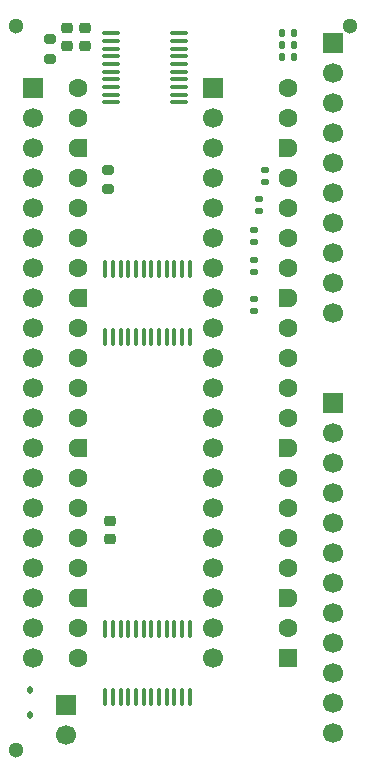
<source format=gbr>
%TF.GenerationSoftware,KiCad,Pcbnew,9.0.3-9.0.3-0~ubuntu24.04.1*%
%TF.CreationDate,2025-09-06T02:21:12+02:00*%
%TF.ProjectId,board_nfz330_nfz400,626f6172-645f-46e6-967a-3333305f6e66,rev?*%
%TF.SameCoordinates,Original*%
%TF.FileFunction,Soldermask,Top*%
%TF.FilePolarity,Negative*%
%FSLAX46Y46*%
G04 Gerber Fmt 4.6, Leading zero omitted, Abs format (unit mm)*
G04 Created by KiCad (PCBNEW 9.0.3-9.0.3-0~ubuntu24.04.1) date 2025-09-06 02:21:12*
%MOMM*%
%LPD*%
G01*
G04 APERTURE LIST*
G04 Aperture macros list*
%AMRoundRect*
0 Rectangle with rounded corners*
0 $1 Rounding radius*
0 $2 $3 $4 $5 $6 $7 $8 $9 X,Y pos of 4 corners*
0 Add a 4 corners polygon primitive as box body*
4,1,4,$2,$3,$4,$5,$6,$7,$8,$9,$2,$3,0*
0 Add four circle primitives for the rounded corners*
1,1,$1+$1,$2,$3*
1,1,$1+$1,$4,$5*
1,1,$1+$1,$6,$7*
1,1,$1+$1,$8,$9*
0 Add four rect primitives between the rounded corners*
20,1,$1+$1,$2,$3,$4,$5,0*
20,1,$1+$1,$4,$5,$6,$7,0*
20,1,$1+$1,$6,$7,$8,$9,0*
20,1,$1+$1,$8,$9,$2,$3,0*%
%AMFreePoly0*
4,1,37,0.603843,0.796157,0.639018,0.796157,0.711114,0.766294,0.766294,0.711114,0.796157,0.639018,0.796157,0.603843,0.800000,0.600000,0.800000,-0.600000,0.796157,-0.603843,0.796157,-0.639018,0.766294,-0.711114,0.711114,-0.766294,0.639018,-0.796157,0.603843,-0.796157,0.600000,-0.800000,0.000000,-0.800000,0.000000,-0.796148,-0.078414,-0.796148,-0.232228,-0.765552,-0.377117,-0.705537,
-0.507515,-0.618408,-0.618408,-0.507515,-0.705537,-0.377117,-0.765552,-0.232228,-0.796148,-0.078414,-0.796148,0.078414,-0.765552,0.232228,-0.705537,0.377117,-0.618408,0.507515,-0.507515,0.618408,-0.377117,0.705537,-0.232228,0.765552,-0.078414,0.796148,0.000000,0.796148,0.000000,0.800000,0.600000,0.800000,0.603843,0.796157,0.603843,0.796157,$1*%
%AMFreePoly1*
4,1,37,0.000000,0.796148,0.078414,0.796148,0.232228,0.765552,0.377117,0.705537,0.507515,0.618408,0.618408,0.507515,0.705537,0.377117,0.765552,0.232228,0.796148,0.078414,0.796148,-0.078414,0.765552,-0.232228,0.705537,-0.377117,0.618408,-0.507515,0.507515,-0.618408,0.377117,-0.705537,0.232228,-0.765552,0.078414,-0.796148,0.000000,-0.796148,0.000000,-0.800000,-0.600000,-0.800000,
-0.603843,-0.796157,-0.639018,-0.796157,-0.711114,-0.766294,-0.766294,-0.711114,-0.796157,-0.639018,-0.796157,-0.603843,-0.800000,-0.600000,-0.800000,0.600000,-0.796157,0.603843,-0.796157,0.639018,-0.766294,0.711114,-0.711114,0.766294,-0.639018,0.796157,-0.603843,0.796157,-0.600000,0.800000,0.000000,0.800000,0.000000,0.796148,0.000000,0.796148,$1*%
G04 Aperture macros list end*
%ADD10RoundRect,0.135000X0.185000X-0.135000X0.185000X0.135000X-0.185000X0.135000X-0.185000X-0.135000X0*%
%ADD11RoundRect,0.200000X0.600000X0.600000X-0.600000X0.600000X-0.600000X-0.600000X0.600000X-0.600000X0*%
%ADD12C,1.600000*%
%ADD13FreePoly0,180.000000*%
%ADD14FreePoly1,180.000000*%
%ADD15C,1.300000*%
%ADD16RoundRect,0.200000X0.275000X-0.200000X0.275000X0.200000X-0.275000X0.200000X-0.275000X-0.200000X0*%
%ADD17RoundRect,0.100000X0.100000X-0.637500X0.100000X0.637500X-0.100000X0.637500X-0.100000X-0.637500X0*%
%ADD18R,1.700000X1.700000*%
%ADD19C,1.700000*%
%ADD20RoundRect,0.225000X0.250000X-0.225000X0.250000X0.225000X-0.250000X0.225000X-0.250000X-0.225000X0*%
%ADD21RoundRect,0.135000X-0.135000X-0.185000X0.135000X-0.185000X0.135000X0.185000X-0.135000X0.185000X0*%
%ADD22RoundRect,0.112500X-0.112500X0.187500X-0.112500X-0.187500X0.112500X-0.187500X0.112500X0.187500X0*%
%ADD23RoundRect,0.100000X-0.637500X-0.100000X0.637500X-0.100000X0.637500X0.100000X-0.637500X0.100000X0*%
%ADD24RoundRect,0.225000X-0.250000X0.225000X-0.250000X-0.225000X0.250000X-0.225000X0.250000X0.225000X0*%
%ADD25RoundRect,0.135000X-0.185000X0.135000X-0.185000X-0.135000X0.185000X-0.135000X0.185000X0.135000X0*%
G04 APERTURE END LIST*
D10*
%TO.C,R8*%
X76583400Y-92783200D03*
X76583400Y-91763200D03*
%TD*%
D11*
%TO.C,J3*%
X79479000Y-122169000D03*
D12*
X79479000Y-119629000D03*
D13*
X79479000Y-117089000D03*
D12*
X79479000Y-114549000D03*
X79479000Y-112009000D03*
X79479000Y-109469000D03*
X79479000Y-106929000D03*
D13*
X79479000Y-104389000D03*
D12*
X79479000Y-101849000D03*
X79479000Y-99309000D03*
X79479000Y-96769000D03*
X79479000Y-94229000D03*
D13*
X79479000Y-91689000D03*
D12*
X79479000Y-89149000D03*
X79479000Y-86609000D03*
X79479000Y-84069000D03*
X79479000Y-81529000D03*
D13*
X79479000Y-78989000D03*
D12*
X79479000Y-76449000D03*
X79479000Y-73909000D03*
X61699000Y-73909000D03*
X61699000Y-76449000D03*
D14*
X61699000Y-78989000D03*
D12*
X61699000Y-81529000D03*
X61699000Y-84069000D03*
X61699000Y-86609000D03*
X61699000Y-89149000D03*
D14*
X61699000Y-91689000D03*
D12*
X61699000Y-94229000D03*
X61699000Y-96769000D03*
X61699000Y-99309000D03*
X61699000Y-101849000D03*
D14*
X61699000Y-104389000D03*
D12*
X61699000Y-106929000D03*
X61699000Y-109469000D03*
X61699000Y-112009000D03*
X61699000Y-114549000D03*
D14*
X61699000Y-117089000D03*
D12*
X61699000Y-119629000D03*
X61699000Y-122169000D03*
%TD*%
D15*
%TO.C,H1*%
X56449000Y-68659000D03*
%TD*%
D16*
%TO.C,R9*%
X59260600Y-71432000D03*
X59260600Y-69782000D03*
%TD*%
D17*
%TO.C,U3*%
X63970000Y-125481000D03*
X64620000Y-125481000D03*
X65270000Y-125481000D03*
X65920000Y-125481000D03*
X66570000Y-125481000D03*
X67220000Y-125481000D03*
X67870000Y-125481000D03*
X68520000Y-125481000D03*
X69170000Y-125481000D03*
X69820000Y-125481000D03*
X70470000Y-125481000D03*
X71120000Y-125481000D03*
X71120000Y-119756000D03*
X70470000Y-119756000D03*
X69820000Y-119756000D03*
X69170000Y-119756000D03*
X68520000Y-119756000D03*
X67870000Y-119756000D03*
X67220000Y-119756000D03*
X66570000Y-119756000D03*
X65920000Y-119756000D03*
X65270000Y-119756000D03*
X64620000Y-119756000D03*
X63970000Y-119756000D03*
%TD*%
D10*
%TO.C,R6*%
X76583400Y-86941200D03*
X76583400Y-85921200D03*
%TD*%
D18*
%TO.C,J1*%
X83289000Y-100579000D03*
D19*
X83289000Y-103119000D03*
X83289000Y-105659000D03*
X83289000Y-108199000D03*
X83289000Y-110739000D03*
X83289000Y-113279000D03*
X83289000Y-115819000D03*
X83289000Y-118359000D03*
X83289000Y-120899000D03*
X83289000Y-123439000D03*
X83289000Y-125979000D03*
X83289000Y-128519000D03*
D18*
X83289000Y-70099000D03*
D19*
X83289000Y-72639000D03*
X83289000Y-75179000D03*
X83289000Y-77719000D03*
X83289000Y-80259000D03*
X83289000Y-82799000D03*
X83289000Y-85339000D03*
X83289000Y-87879000D03*
X83289000Y-90419000D03*
X83289000Y-92959000D03*
%TD*%
D20*
%TO.C,C3*%
X64391400Y-112149000D03*
X64391400Y-110599000D03*
%TD*%
D21*
%TO.C,R2*%
X78943600Y-70276800D03*
X79963600Y-70276800D03*
%TD*%
D10*
%TO.C,R5*%
X77015200Y-84375800D03*
X77015200Y-83355800D03*
%TD*%
D22*
%TO.C,D1*%
X57609600Y-124929000D03*
X57609600Y-127029000D03*
%TD*%
D23*
%TO.C,U1*%
X64485000Y-69282200D03*
X64485000Y-69932200D03*
X64485000Y-70582200D03*
X64485000Y-71232200D03*
X64485000Y-71882200D03*
X64485000Y-72532200D03*
X64485000Y-73182200D03*
X64485000Y-73832200D03*
X64485000Y-74482200D03*
X64485000Y-75132200D03*
X70210000Y-75132200D03*
X70210000Y-74482200D03*
X70210000Y-73832200D03*
X70210000Y-73182200D03*
X70210000Y-72532200D03*
X70210000Y-71882200D03*
X70210000Y-71232200D03*
X70210000Y-70582200D03*
X70210000Y-69932200D03*
X70210000Y-69282200D03*
%TD*%
D10*
%TO.C,R7*%
X76583400Y-89481200D03*
X76583400Y-88461200D03*
%TD*%
D18*
%TO.C,J4*%
X60657600Y-126182200D03*
D19*
X60657600Y-128722200D03*
%TD*%
D24*
%TO.C,C1*%
X60759200Y-68841400D03*
X60759200Y-70391400D03*
%TD*%
D21*
%TO.C,R3*%
X78943600Y-71267400D03*
X79963600Y-71267400D03*
%TD*%
%TO.C,R1*%
X78943600Y-69260800D03*
X79963600Y-69260800D03*
%TD*%
D24*
%TO.C,C2*%
X62257800Y-68841400D03*
X62257800Y-70391400D03*
%TD*%
D15*
%TO.C,H2*%
X84729000Y-68659000D03*
%TD*%
D17*
%TO.C,U2*%
X63970000Y-95001000D03*
X64620000Y-95001000D03*
X65270000Y-95001000D03*
X65920000Y-95001000D03*
X66570000Y-95001000D03*
X67220000Y-95001000D03*
X67870000Y-95001000D03*
X68520000Y-95001000D03*
X69170000Y-95001000D03*
X69820000Y-95001000D03*
X70470000Y-95001000D03*
X71120000Y-95001000D03*
X71120000Y-89276000D03*
X70470000Y-89276000D03*
X69820000Y-89276000D03*
X69170000Y-89276000D03*
X68520000Y-89276000D03*
X67870000Y-89276000D03*
X67220000Y-89276000D03*
X66570000Y-89276000D03*
X65920000Y-89276000D03*
X65270000Y-89276000D03*
X64620000Y-89276000D03*
X63970000Y-89276000D03*
%TD*%
D15*
%TO.C,H3*%
X56449000Y-129959000D03*
%TD*%
D25*
%TO.C,R4*%
X77523200Y-80841200D03*
X77523200Y-81861200D03*
%TD*%
D16*
%TO.C,R10*%
X64239000Y-82481000D03*
X64239000Y-80831000D03*
%TD*%
D19*
%TO.C,J2*%
X73129000Y-81529000D03*
X73129000Y-78989000D03*
X57889000Y-86609000D03*
X57889000Y-84069000D03*
X57889000Y-81529000D03*
D18*
X57889000Y-73909000D03*
D19*
X57889000Y-76449000D03*
X57889000Y-78989000D03*
X57889000Y-89149000D03*
X57889000Y-91689000D03*
X57889000Y-94229000D03*
X57889000Y-96769000D03*
X57889000Y-99309000D03*
X57889000Y-101849000D03*
X57889000Y-104389000D03*
X57889000Y-106929000D03*
X57889000Y-109469000D03*
X57889000Y-112009000D03*
X57889000Y-114549000D03*
X57889000Y-117089000D03*
X57889000Y-119629000D03*
X57889000Y-122169000D03*
D18*
X73129000Y-73909000D03*
D19*
X73129000Y-76449000D03*
X73129000Y-84069000D03*
X73129000Y-86609000D03*
X73129000Y-89149000D03*
X73129000Y-91689000D03*
X73129000Y-94229000D03*
X73129000Y-96769000D03*
X73129000Y-99309000D03*
X73129000Y-101849000D03*
X73129000Y-104389000D03*
X73129000Y-106929000D03*
X73129000Y-109469000D03*
X73129000Y-112009000D03*
X73129000Y-114549000D03*
X73129000Y-117089000D03*
X73129000Y-119629000D03*
X73129000Y-122169000D03*
%TD*%
M02*

</source>
